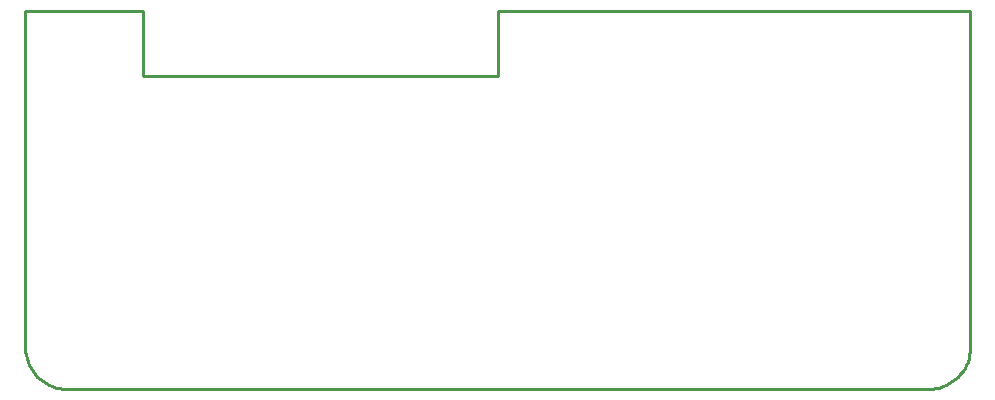
<source format=gbr>
G04 EAGLE Gerber RS-274X export*
G75*
%MOMM*%
%FSLAX34Y34*%
%LPD*%
%IN*%
%IPPOS*%
%AMOC8*
5,1,8,0,0,1.08239X$1,22.5*%
G01*
%ADD10C,0.254000*%


D10*
X0Y35000D02*
X133Y31950D01*
X532Y28922D01*
X1193Y25941D01*
X2111Y23029D01*
X3279Y20208D01*
X4689Y17500D01*
X6330Y14925D01*
X8188Y12502D01*
X10251Y10251D01*
X12502Y8188D01*
X14925Y6330D01*
X17500Y4689D01*
X20208Y3279D01*
X23029Y2111D01*
X25941Y1193D01*
X28922Y532D01*
X31950Y133D01*
X35000Y0D01*
X765000Y0D01*
X768050Y133D01*
X771078Y532D01*
X774059Y1193D01*
X776971Y2111D01*
X779792Y3279D01*
X782500Y4689D01*
X785075Y6330D01*
X787498Y8188D01*
X789749Y10251D01*
X791812Y12502D01*
X793670Y14925D01*
X795311Y17500D01*
X796721Y20208D01*
X797889Y23029D01*
X798807Y25941D01*
X799468Y28922D01*
X799867Y31950D01*
X800000Y35000D01*
X800000Y320000D01*
X400000Y320000D01*
X400000Y265000D01*
X100000Y265000D01*
X100000Y320000D01*
X0Y320000D01*
X0Y35000D01*
M02*

</source>
